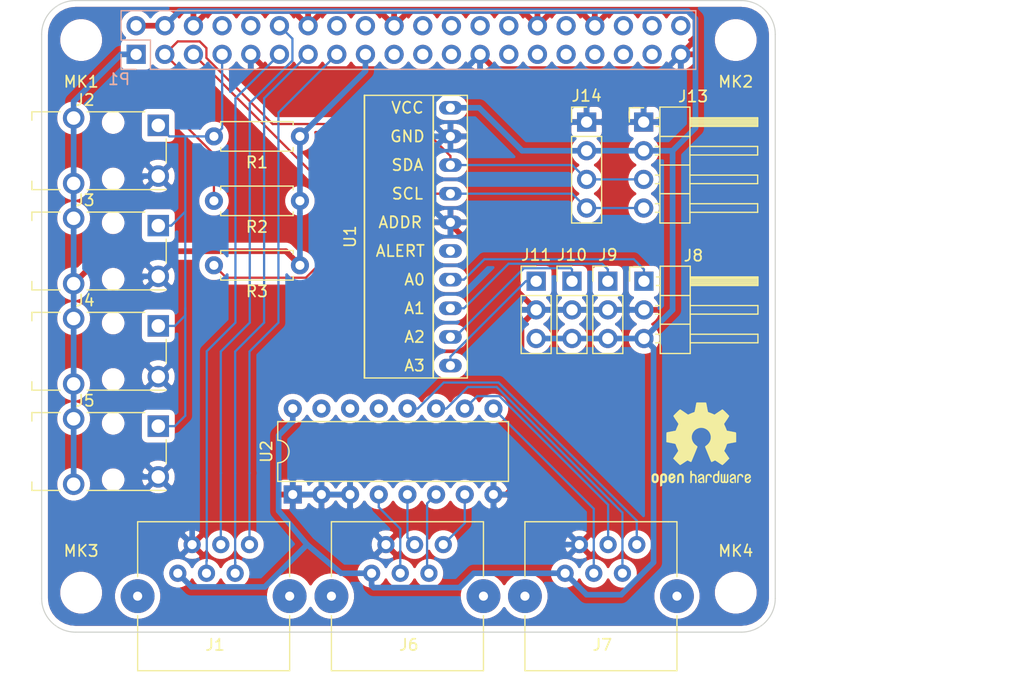
<source format=kicad_pcb>
(kicad_pcb (version 20171130) (host pcbnew "(5.1.5)-3")
  (title_block (date "15 nov 2012"))
  (layers (0 F.Cu signal) (31 B.Cu signal) (34 B.Paste user hide) (35 F.Paste user hide) (36 B.SilkS user) (37 F.SilkS user) (38 B.Mask user hide) (39 F.Mask user hide) (44 Edge.Cuts user))
  (net 0 "")
  (net 1 +3V3)
  (net 2 +5V)
  (net 3 GND)
  (net 4 "/GPIO2(SDA1)")
  (net 5 "/GPIO3(SCL1)")
  (net 6 "/GPIO4(GCLK)")
  (net 7 "/GPIO17(GEN0)")
  (net 8 "/GPIO27(GEN2)")
  (net 9 "/GPIO22(GEN3)")
  (net 10 "/GPIO18(GEN1)(PWM0)")
  (net 11 "Net-(J6-Pad4)")
  (net 12 "Net-(J6-Pad6)")
  (net 13 "Net-(J6-Pad3)")
  (net 14 "Net-(J6-Pad5)")
  (net 15 "Net-(J7-Pad4)")
  (net 16 "Net-(J7-Pad6)")
  (net 17 "Net-(J7-Pad3)")
  (net 18 "Net-(J7-Pad5)")
  (net 19 "Net-(J8-Pad1)")
  (net 20 "Net-(J9-Pad1)")
  (net 21 "Net-(J10-Pad1)")
  (net 22 "Net-(J11-Pad1)")
  (module Symbols:OSHW-Logo2_9.8x8mm_SilkScreen (layer F.Cu) (at 258.445 133.35)
    (fp_text reference REF*** hide)
    (fp_text value OSHW-Logo2_9.8x8mm_SilkScreen hide)
  )
  (module Main:ADS1115-KIT (layer F.Cu) (at 236.22 114.935 270)
    (fp_text reference U1 (at 0 8.89 90) (layer F.SilkS))
    (fp_text value ADS1115IDGS)
    (fp_text user A3 (at 11.43 3.175) (layer F.SilkS))
    (fp_text user A2 (at 8.89 3.175) (layer F.SilkS))
    (fp_text user A1 (at 6.35 3.175) (layer F.SilkS))
    (fp_text user A0 (at 3.81 3.175) (layer F.SilkS))
    (fp_text user ALERT (at 1.27 4.445) (layer F.SilkS))
    (fp_text user ADDR (at -1.27 4.445) (layer F.SilkS))
    (fp_text user SCL (at -3.81 3.81) (layer F.SilkS))
    (fp_text user SDA (at -6.35 3.81) (layer F.SilkS))
    (fp_text user GND (at -8.89 3.81) (layer F.SilkS))
    (fp_text user VCC (at -11.43 3.81) (layer F.SilkS))
    (pad 7 thru_hole oval (at 11.43 0 270) (size 1.2 2) (drill 0.8) (layers *.Cu *.Mask) (net 22 "Net-(J11-Pad1)"))
    (pad 6 thru_hole oval (at 8.89 0 270) (size 1.2 2) (drill 0.8) (layers *.Cu *.Mask) (net 21 "Net-(J10-Pad1)"))
    (pad 5 thru_hole oval (at 6.35 0 270) (size 1.2 2) (drill 0.8) (layers *.Cu *.Mask) (net 20 "Net-(J9-Pad1)"))
    (pad 4 thru_hole oval (at 3.81 0 270) (size 1.2 2) (drill 0.8) (layers *.Cu *.Mask) (net 19 "Net-(J8-Pad1)"))
    (pad 2 thru_hole oval (at 1.27 0 270) (size 1.2 2) (drill 0.8) (layers *.Cu *.Mask))
    (pad 1 thru_hole oval (at -1.27 0 270) (size 1.2 2) (drill 0.8) (layers *.Cu *.Mask) (net 3 GND))
    (pad 10 thru_hole oval (at -3.81 0 270) (size 1.2 2) (drill 0.8) (layers *.Cu *.Mask) (net 5 "/GPIO3(SCL1)"))
    (pad 9 thru_hole oval (at -6.35 0 270) (size 1.2 2) (drill 0.8) (layers *.Cu *.Mask) (net 4 "/GPIO2(SDA1)"))
    (pad 3 thru_hole oval (at -8.89 0 270) (size 1.2 2) (drill 0.8) (layers *.Cu *.Mask) (net 3 GND))
    (pad 8 thru_hole oval (at -11.43 0 270) (size 1.2 2) (drill 0.8) (layers *.Cu *.Mask) (net 2 +5V))
  )
  (module Connectors:RJ12_E (layer F.Cu) (at 229.235 144.78)
    (fp_text reference J6 (at 3.3 6.35) (layer F.SilkS))
    (fp_text value RJ12)
    (pad 4 thru_hole circle (at 3.81 -2.54) (size 1.52 1.52) (drill 0.81) (layers *.Cu *.Mask) (net 11 "Net-(J6-Pad4)"))
    (pad 2 thru_hole circle (at 1.27 -2.54) (size 1.52 1.52) (drill 0.81) (layers *.Cu *.Mask) (net 3 GND))
    (pad 6 thru_hole circle (at 6.35 -2.54) (size 1.52 1.52) (drill 0.81) (layers *.Cu *.Mask) (net 12 "Net-(J6-Pad6)"))
    (pad 1 thru_hole circle (at 0 0) (size 1.52 1.52) (drill 0.81) (layers *.Cu *.Mask) (net 2 +5V))
    (pad 3 thru_hole circle (at 2.54 0) (size 1.52 1.52) (drill 0.81) (layers *.Cu *.Mask) (net 13 "Net-(J6-Pad3)"))
    (pad 5 thru_hole circle (at 5.08 0) (size 1.52 1.52) (drill 0.81) (layers *.Cu *.Mask) (net 14 "Net-(J6-Pad5)"))
    (pad 8 thru_hole circle (at 9.91 2.03) (size 3 3) (drill 0.81) (layers *.Cu *.Mask))
    (pad 7 thru_hole circle (at -3.56 2.03) (size 3 3) (drill 0.81) (layers *.Cu *.Mask))
  )
  (module Connector_Audio:Jack_3.5mm_Switronic_ST-005-G_horizontal (layer F.Cu) (at 203.835 116.205)
    (fp_text reference J3 (at 0 -4.5) (layer F.SilkS))
    (fp_text value AudioJack3)
    (pad "" np_thru_hole circle (at 2.5 -2.5) (size 1 1) (drill 1) (layers *.Cu *.Mask))
    (pad "" np_thru_hole circle (at 2.5 2.5) (size 1 1) (drill 1) (layers *.Cu *.Mask))
    (pad S thru_hole circle (at 6.5 2.25) (size 1.9 1.9) (drill 1.2) (layers *.Cu *.Mask) (net 3 GND))
    (pad R thru_hole rect (at 6.5 -2.25) (size 1.9 1.9) (drill 1.2) (layers *.Cu *.Mask) (net 6 "/GPIO4(GCLK)"))
    (pad T thru_hole circle (at -1 2.9) (size 1.9 1.9) (drill 1.2) (layers *.Cu *.Mask) (net 1 +3V3))
    (pad T thru_hole circle (at -1 -2.9) (size 1.9 1.9) (drill 1.2) (layers *.Cu *.Mask) (net 1 +3V3))
  )
  (module Connector_Audio:Jack_3.5mm_Switronic_ST-005-G_horizontal (layer F.Cu) (at 203.835 125.095)
    (fp_text reference J4 (at 0 -4.5) (layer F.SilkS))
    (fp_text value AudioJack3)
    (pad "" np_thru_hole circle (at 2.5 -2.5) (size 1 1) (drill 1) (layers *.Cu *.Mask))
    (pad "" np_thru_hole circle (at 2.5 2.5) (size 1 1) (drill 1) (layers *.Cu *.Mask))
    (pad S thru_hole circle (at 6.5 2.25) (size 1.9 1.9) (drill 1.2) (layers *.Cu *.Mask) (net 3 GND))
    (pad R thru_hole rect (at 6.5 -2.25) (size 1.9 1.9) (drill 1.2) (layers *.Cu *.Mask) (net 6 "/GPIO4(GCLK)"))
    (pad T thru_hole circle (at -1 2.9) (size 1.9 1.9) (drill 1.2) (layers *.Cu *.Mask) (net 1 +3V3))
    (pad T thru_hole circle (at -1 -2.9) (size 1.9 1.9) (drill 1.2) (layers *.Cu *.Mask) (net 1 +3V3))
  )
  (module Connector_Audio:Jack_3.5mm_Switronic_ST-005-G_horizontal (layer F.Cu) (at 203.835 133.985)
    (fp_text reference J5 (at 0 -4.5) (layer F.SilkS))
    (fp_text value AudioJack3)
    (pad "" np_thru_hole circle (at 2.5 -2.5) (size 1 1) (drill 1) (layers *.Cu *.Mask))
    (pad "" np_thru_hole circle (at 2.5 2.5) (size 1 1) (drill 1) (layers *.Cu *.Mask))
    (pad S thru_hole circle (at 6.5 2.25) (size 1.9 1.9) (drill 1.2) (layers *.Cu *.Mask) (net 3 GND))
    (pad R thru_hole rect (at 6.5 -2.25) (size 1.9 1.9) (drill 1.2) (layers *.Cu *.Mask) (net 6 "/GPIO4(GCLK)"))
    (pad T thru_hole circle (at -1 2.9) (size 1.9 1.9) (drill 1.2) (layers *.Cu *.Mask) (net 1 +3V3))
    (pad T thru_hole circle (at -1 -2.9) (size 1.9 1.9) (drill 1.2) (layers *.Cu *.Mask) (net 1 +3V3))
  )
  (module Pin_Headers:Pin_Header_Angled_1x03_Pitch2.54mm (layer F.Cu) (at 253.365 118.885)
    (fp_text reference J8 (at 4.385 -2.27) (layer F.SilkS))
    (fp_text value Conn_01x03)
    (pad 1 thru_hole rect (at 0 0) (size 1.7 1.7) (drill 1) (layers *.Cu *.Mask) (net 19 "Net-(J8-Pad1)"))
    (pad 2 thru_hole oval (at 0 2.54) (size 1.7 1.7) (drill 1) (layers *.Cu *.Mask) (net 3 GND))
    (pad 3 thru_hole oval (at 0 5.08) (size 1.7 1.7) (drill 1) (layers *.Cu *.Mask) (net 2 +5V))
  )
  (module Pin_Headers:Pin_Header_Straight_1x04_Pitch2.54mm (layer F.Cu) (at 248.285 104.775)
    (fp_text reference J14 (at 0 -2.33) (layer F.SilkS))
    (fp_text value Conn_01x04_Male)
    (pad 1 thru_hole rect (at 0 0) (size 1.7 1.7) (drill 1) (layers *.Cu *.Mask) (net 3 GND))
    (pad 2 thru_hole oval (at 0 2.54) (size 1.7 1.7) (drill 1) (layers *.Cu *.Mask) (net 2 +5V))
    (pad 3 thru_hole oval (at 0 5.08) (size 1.7 1.7) (drill 1) (layers *.Cu *.Mask) (net 4 "/GPIO2(SDA1)"))
    (pad 4 thru_hole oval (at 0 7.62) (size 1.7 1.7) (drill 1) (layers *.Cu *.Mask) (net 5 "/GPIO3(SCL1)"))
  )
  (module Pin_Headers:Pin_Header_Angled_1x04_Pitch2.54mm (layer F.Cu) (at 253.34 104.775)
    (fp_text reference J13 (at 4.385 -2.27) (layer F.SilkS))
    (fp_text value Conn_01x04_Male)
    (pad 1 thru_hole rect (at 0 0) (size 1.7 1.7) (drill 1) (layers *.Cu *.Mask) (net 3 GND))
    (pad 2 thru_hole oval (at 0 2.54) (size 1.7 1.7) (drill 1) (layers *.Cu *.Mask) (net 2 +5V))
    (pad 3 thru_hole oval (at 0 5.08) (size 1.7 1.7) (drill 1) (layers *.Cu *.Mask) (net 4 "/GPIO2(SDA1)"))
    (pad 4 thru_hole oval (at 0 7.62) (size 1.7 1.7) (drill 1) (layers *.Cu *.Mask) (net 5 "/GPIO3(SCL1)"))
  )
  (module Resistors_THT:R_Axial_DIN0207_L6.3mm_D2.5mm_P7.62mm_Horizontal (layer F.Cu) (at 222.885 117.475 180)
    (fp_text reference R3 (at 3.81 -2.31) (layer F.SilkS))
    (fp_text value 4,7k)
    (pad 1 thru_hole circle (at 0 0 180) (size 1.6 1.6) (drill 0.8) (layers *.Cu *.Mask) (net 1 +3V3))
    (pad 2 thru_hole oval (at 7.62 0 180) (size 1.6 1.6) (drill 0.8) (layers *.Cu *.Mask) (net 5 "/GPIO3(SCL1)"))
  )
  (module Resistors_THT:R_Axial_DIN0207_L6.3mm_D2.5mm_P7.62mm_Horizontal (layer F.Cu) (at 222.885 111.76 180)
    (fp_text reference R2 (at 3.81 -2.31) (layer F.SilkS))
    (fp_text value 4,7k)
    (pad 1 thru_hole circle (at 0 0 180) (size 1.6 1.6) (drill 0.8) (layers *.Cu *.Mask) (net 1 +3V3))
    (pad 2 thru_hole oval (at 7.62 0 180) (size 1.6 1.6) (drill 0.8) (layers *.Cu *.Mask) (net 4 "/GPIO2(SDA1)"))
  )
  (module Housings_DIP:DIP-16_W7.62mm (layer F.Cu) (at 222.25 137.795 90)
    (fp_text reference U2 (at 3.81 -2.33 90) (layer F.SilkS))
    (fp_text value PCF8574)
    (pad 1 thru_hole rect (at 0 0 90) (size 1.6 1.6) (drill 0.8) (layers *.Cu *.Mask) (net 3 GND))
    (pad 9 thru_hole oval (at 7.62 17.78 90) (size 1.6 1.6) (drill 0.8) (layers *.Cu *.Mask) (net 17 "Net-(J7-Pad3)"))
    (pad 2 thru_hole oval (at 0 2.54 90) (size 1.6 1.6) (drill 0.8) (layers *.Cu *.Mask) (net 3 GND))
    (pad 10 thru_hole oval (at 7.62 15.24 90) (size 1.6 1.6) (drill 0.8) (layers *.Cu *.Mask) (net 15 "Net-(J7-Pad4)"))
    (pad 3 thru_hole oval (at 0 5.08 90) (size 1.6 1.6) (drill 0.8) (layers *.Cu *.Mask) (net 3 GND))
    (pad 11 thru_hole oval (at 7.62 12.7 90) (size 1.6 1.6) (drill 0.8) (layers *.Cu *.Mask) (net 18 "Net-(J7-Pad5)"))
    (pad 4 thru_hole oval (at 0 7.62 90) (size 1.6 1.6) (drill 0.8) (layers *.Cu *.Mask) (net 13 "Net-(J6-Pad3)"))
    (pad 12 thru_hole oval (at 7.62 10.16 90) (size 1.6 1.6) (drill 0.8) (layers *.Cu *.Mask) (net 16 "Net-(J7-Pad6)"))
    (pad 5 thru_hole oval (at 0 10.16 90) (size 1.6 1.6) (drill 0.8) (layers *.Cu *.Mask) (net 11 "Net-(J6-Pad4)"))
    (pad 13 thru_hole oval (at 7.62 7.62 90) (size 1.6 1.6) (drill 0.8) (layers *.Cu *.Mask))
    (pad 6 thru_hole oval (at 0 12.7 90) (size 1.6 1.6) (drill 0.8) (layers *.Cu *.Mask) (net 14 "Net-(J6-Pad5)"))
    (pad 14 thru_hole oval (at 7.62 5.08 90) (size 1.6 1.6) (drill 0.8) (layers *.Cu *.Mask))
    (pad 7 thru_hole oval (at 0 15.24 90) (size 1.6 1.6) (drill 0.8) (layers *.Cu *.Mask) (net 12 "Net-(J6-Pad6)"))
    (pad 15 thru_hole oval (at 7.62 2.54 90) (size 1.6 1.6) (drill 0.8) (layers *.Cu *.Mask))
    (pad 8 thru_hole oval (at 0 17.78 90) (size 1.6 1.6) (drill 0.8) (layers *.Cu *.Mask) (net 3 GND))
    (pad 16 thru_hole oval (at 7.62 0 90) (size 1.6 1.6) (drill 0.8) (layers *.Cu *.Mask) (net 2 +5V))
  )
  (module Pin_Headers:Pin_Header_Straight_1x03_Pitch2.54mm (layer F.Cu) (at 243.815 118.885)
    (fp_text reference J11 (at 0 -2.33) (layer F.SilkS))
    (fp_text value Conn_01x03)
    (pad 1 thru_hole rect (at 0 0) (size 1.7 1.7) (drill 1) (layers *.Cu *.Mask) (net 22 "Net-(J11-Pad1)"))
    (pad 2 thru_hole oval (at 0 2.54) (size 1.7 1.7) (drill 1) (layers *.Cu *.Mask) (net 3 GND))
    (pad 3 thru_hole oval (at 0 5.08) (size 1.7 1.7) (drill 1) (layers *.Cu *.Mask) (net 2 +5V))
  )
  (module Pin_Headers:Pin_Header_Straight_1x03_Pitch2.54mm (layer F.Cu) (at 246.99 118.885)
    (fp_text reference J10 (at 0 -2.33) (layer F.SilkS))
    (fp_text value Conn_01x03)
    (pad 1 thru_hole rect (at 0 0) (size 1.7 1.7) (drill 1) (layers *.Cu *.Mask) (net 21 "Net-(J10-Pad1)"))
    (pad 2 thru_hole oval (at 0 2.54) (size 1.7 1.7) (drill 1) (layers *.Cu *.Mask) (net 3 GND))
    (pad 3 thru_hole oval (at 0 5.08) (size 1.7 1.7) (drill 1) (layers *.Cu *.Mask) (net 2 +5V))
  )
  (module Pin_Headers:Pin_Header_Straight_1x03_Pitch2.54mm (layer F.Cu) (at 250.165 118.885)
    (fp_text reference J9 (at 0 -2.33) (layer F.SilkS))
    (fp_text value Conn_01x03)
    (pad 1 thru_hole rect (at 0 0) (size 1.7 1.7) (drill 1) (layers *.Cu *.Mask) (net 20 "Net-(J9-Pad1)"))
    (pad 2 thru_hole oval (at 0 2.54) (size 1.7 1.7) (drill 1) (layers *.Cu *.Mask) (net 3 GND))
    (pad 3 thru_hole oval (at 0 5.08) (size 1.7 1.7) (drill 1) (layers *.Cu *.Mask) (net 2 +5V))
  )
  (module Resistors_THT:R_Axial_DIN0207_L6.3mm_D2.5mm_P7.62mm_Horizontal (layer F.Cu) (at 222.885 106.045 180)
    (fp_text reference R1 (at 3.81 -2.31) (layer F.SilkS))
    (fp_text value 4,7k)
    (pad 1 thru_hole circle (at 0 0 180) (size 1.6 1.6) (drill 0.8) (layers *.Cu *.Mask) (net 1 +3V3))
    (pad 2 thru_hole oval (at 7.62 0 180) (size 1.6 1.6) (drill 0.8) (layers *.Cu *.Mask) (net 6 "/GPIO4(GCLK)"))
  )
  (module Connectors:RJ12_E (layer F.Cu) (at 246.38 144.78)
    (fp_text reference J7 (at 3.3 6.35) (layer F.SilkS))
    (fp_text value RJ12)
    (pad 4 thru_hole circle (at 3.81 -2.54) (size 1.52 1.52) (drill 0.81) (layers *.Cu *.Mask) (net 15 "Net-(J7-Pad4)"))
    (pad 2 thru_hole circle (at 1.27 -2.54) (size 1.52 1.52) (drill 0.81) (layers *.Cu *.Mask) (net 3 GND))
    (pad 6 thru_hole circle (at 6.35 -2.54) (size 1.52 1.52) (drill 0.81) (layers *.Cu *.Mask) (net 16 "Net-(J7-Pad6)"))
    (pad 1 thru_hole circle (at 0 0) (size 1.52 1.52) (drill 0.81) (layers *.Cu *.Mask) (net 2 +5V))
    (pad 3 thru_hole circle (at 2.54 0) (size 1.52 1.52) (drill 0.81) (layers *.Cu *.Mask) (net 17 "Net-(J7-Pad3)"))
    (pad 5 thru_hole circle (at 5.08 0) (size 1.52 1.52) (drill 0.81) (layers *.Cu *.Mask) (net 18 "Net-(J7-Pad5)"))
    (pad 8 thru_hole circle (at 9.91 2.03) (size 3 3) (drill 0.81) (layers *.Cu *.Mask))
    (pad 7 thru_hole circle (at -3.56 2.03) (size 3 3) (drill 0.81) (layers *.Cu *.Mask))
  )
  (module Connector_Audio:Jack_3.5mm_Switronic_ST-005-G_horizontal (layer F.Cu) (at 203.835 107.315)
    (fp_text reference J2 (at 0 -4.5) (layer F.SilkS))
    (fp_text value AudioJack3)
    (pad "" np_thru_hole circle (at 2.5 -2.5) (size 1 1) (drill 1) (layers *.Cu *.Mask))
    (pad "" np_thru_hole circle (at 2.5 2.5) (size 1 1) (drill 1) (layers *.Cu *.Mask))
    (pad S thru_hole circle (at 6.5 2.25) (size 1.9 1.9) (drill 1.2) (layers *.Cu *.Mask) (net 3 GND))
    (pad R thru_hole rect (at 6.5 -2.25) (size 1.9 1.9) (drill 1.2) (layers *.Cu *.Mask) (net 6 "/GPIO4(GCLK)"))
    (pad T thru_hole circle (at -1 2.9) (size 1.9 1.9) (drill 1.2) (layers *.Cu *.Mask) (net 1 +3V3))
    (pad T thru_hole circle (at -1 -2.9) (size 1.9 1.9) (drill 1.2) (layers *.Cu *.Mask) (net 1 +3V3))
  )
  (module Connectors:RJ12_E (layer F.Cu) (at 212.065 144.78)
    (fp_text reference J1 (at 3.3 6.35) (layer F.SilkS))
    (fp_text value RJ12)
    (pad 4 thru_hole circle (at 3.81 -2.54) (size 1.52 1.52) (drill 0.81) (layers *.Cu *.Mask) (net 10 "/GPIO18(GEN1)(PWM0)"))
    (pad 2 thru_hole circle (at 1.27 -2.54) (size 1.52 1.52) (drill 0.81) (layers *.Cu *.Mask) (net 3 GND))
    (pad 6 thru_hole circle (at 6.35 -2.54) (size 1.52 1.52) (drill 0.81) (layers *.Cu *.Mask) (net 9 "/GPIO22(GEN3)"))
    (pad 1 thru_hole circle (at 0 0) (size 1.52 1.52) (drill 0.81) (layers *.Cu *.Mask) (net 2 +5V))
    (pad 3 thru_hole circle (at 2.54 0) (size 1.52 1.52) (drill 0.81) (layers *.Cu *.Mask) (net 7 "/GPIO17(GEN0)"))
    (pad 5 thru_hole circle (at 5.08 0) (size 1.52 1.52) (drill 0.81) (layers *.Cu *.Mask) (net 8 "/GPIO27(GEN2)"))
    (pad 8 thru_hole circle (at 9.91 2.03) (size 3 3) (drill 0.81) (layers *.Cu *.Mask))
    (pad 7 thru_hole circle (at -3.56 2.03) (size 3 3) (drill 0.81) (layers *.Cu *.Mask))
  )
  (module Connector_PinSocket_2.54mm:PinSocket_2x20_P2.54mm_Vertical (layer B.Cu) (at 208.37 98.77 270)
    (fp_text reference P1 (at 2.208 1.512) (layer B.SilkS) (effects (justify mirror)))
    (fp_text value Conn_02x20_Odd_Even)
    (pad 1 thru_hole rect (at 0 0 270) (size 1.7 1.7) (drill 1) (layers *.Cu *.Mask) (net 1 +3V3))
    (pad 2 thru_hole oval (at -2.54 0 270) (size 1.7 1.7) (drill 1) (layers *.Cu *.Mask) (net 2 +5V))
    (pad 3 thru_hole oval (at 0 -2.54 270) (size 1.7 1.7) (drill 1) (layers *.Cu *.Mask) (net 4 "/GPIO2(SDA1)"))
    (pad 4 thru_hole oval (at -2.54 -2.54 270) (size 1.7 1.7) (drill 1) (layers *.Cu *.Mask) (net 2 +5V))
    (pad 5 thru_hole oval (at 0 -5.08 270) (size 1.7 1.7) (drill 1) (layers *.Cu *.Mask) (net 5 "/GPIO3(SCL1)"))
    (pad 6 thru_hole oval (at -2.54 -5.08 270) (size 1.7 1.7) (drill 1) (layers *.Cu *.Mask) (net 3 GND))
    (pad 7 thru_hole oval (at 0 -7.62 270) (size 1.7 1.7) (drill 1) (layers *.Cu *.Mask) (net 6 "/GPIO4(GCLK)"))
    (pad 8 thru_hole oval (at -2.54 -7.62 270) (size 1.7 1.7) (drill 1) (layers *.Cu *.Mask))
    (pad 9 thru_hole oval (at 0 -10.16 270) (size 1.7 1.7) (drill 1) (layers *.Cu *.Mask) (net 3 GND))
    (pad 10 thru_hole oval (at -2.54 -10.16 270) (size 1.7 1.7) (drill 1) (layers *.Cu *.Mask))
    (pad 11 thru_hole oval (at 0 -12.7 270) (size 1.7 1.7) (drill 1) (layers *.Cu *.Mask) (net 7 "/GPIO17(GEN0)"))
    (pad 12 thru_hole oval (at -2.54 -12.7 270) (size 1.7 1.7) (drill 1) (layers *.Cu *.Mask) (net 10 "/GPIO18(GEN1)(PWM0)"))
    (pad 13 thru_hole oval (at 0 -15.24 270) (size 1.7 1.7) (drill 1) (layers *.Cu *.Mask) (net 8 "/GPIO27(GEN2)"))
    (pad 14 thru_hole oval (at -2.54 -15.24 270) (size 1.7 1.7) (drill 1) (layers *.Cu *.Mask) (net 3 GND))
    (pad 15 thru_hole oval (at 0 -17.78 270) (size 1.7 1.7) (drill 1) (layers *.Cu *.Mask) (net 9 "/GPIO22(GEN3)"))
    (pad 16 thru_hole oval (at -2.54 -17.78 270) (size 1.7 1.7) (drill 1) (layers *.Cu *.Mask))
    (pad 17 thru_hole oval (at 0 -20.32 270) (size 1.7 1.7) (drill 1) (layers *.Cu *.Mask) (net 1 +3V3))
    (pad 18 thru_hole oval (at -2.54 -20.32 270) (size 1.7 1.7) (drill 1) (layers *.Cu *.Mask))
    (pad 19 thru_hole oval (at 0 -22.86 270) (size 1.7 1.7) (drill 1) (layers *.Cu *.Mask))
    (pad 20 thru_hole oval (at -2.54 -22.86 270) (size 1.7 1.7) (drill 1) (layers *.Cu *.Mask) (net 3 GND))
    (pad 21 thru_hole oval (at 0 -25.4 270) (size 1.7 1.7) (drill 1) (layers *.Cu *.Mask))
    (pad 22 thru_hole oval (at -2.54 -25.4 270) (size 1.7 1.7) (drill 1) (layers *.Cu *.Mask))
    (pad 23 thru_hole oval (at 0 -27.94 270) (size 1.7 1.7) (drill 1) (layers *.Cu *.Mask))
    (pad 24 thru_hole oval (at -2.54 -27.94 270) (size 1.7 1.7) (drill 1) (layers *.Cu *.Mask))
    (pad 25 thru_hole oval (at 0 -30.48 270) (size 1.7 1.7) (drill 1) (layers *.Cu *.Mask) (net 3 GND))
    (pad 26 thru_hole oval (at -2.54 -30.48 270) (size 1.7 1.7) (drill 1) (layers *.Cu *.Mask))
    (pad 27 thru_hole oval (at 0 -33.02 270) (size 1.7 1.7) (drill 1) (layers *.Cu *.Mask))
    (pad 28 thru_hole oval (at -2.54 -33.02 270) (size 1.7 1.7) (drill 1) (layers *.Cu *.Mask))
    (pad 29 thru_hole oval (at 0 -35.56 270) (size 1.7 1.7) (drill 1) (layers *.Cu *.Mask))
    (pad 30 thru_hole oval (at -2.54 -35.56 270) (size 1.7 1.7) (drill 1) (layers *.Cu *.Mask) (net 3 GND))
    (pad 31 thru_hole oval (at 0 -38.1 270) (size 1.7 1.7) (drill 1) (layers *.Cu *.Mask))
    (pad 32 thru_hole oval (at -2.54 -38.1 270) (size 1.7 1.7) (drill 1) (layers *.Cu *.Mask))
    (pad 33 thru_hole oval (at 0 -40.64 270) (size 1.7 1.7) (drill 1) (layers *.Cu *.Mask))
    (pad 34 thru_hole oval (at -2.54 -40.64 270) (size 1.7 1.7) (drill 1) (layers *.Cu *.Mask) (net 3 GND))
    (pad 35 thru_hole oval (at 0 -43.18 270) (size 1.7 1.7) (drill 1) (layers *.Cu *.Mask))
    (pad 36 thru_hole oval (at -2.54 -43.18 270) (size 1.7 1.7) (drill 1) (layers *.Cu *.Mask))
    (pad 37 thru_hole oval (at 0 -45.72 270) (size 1.7 1.7) (drill 1) (layers *.Cu *.Mask))
    (pad 38 thru_hole oval (at -2.54 -45.72 270) (size 1.7 1.7) (drill 1) (layers *.Cu *.Mask))
    (pad 39 thru_hole oval (at 0 -48.26 270) (size 1.7 1.7) (drill 1) (layers *.Cu *.Mask) (net 3 GND))
    (pad 40 thru_hole oval (at -2.54 -48.26 270) (size 1.7 1.7) (drill 1) (layers *.Cu *.Mask))
  )
  (module MountingHole:MountingHole_2.7mm_M2.5 (layer F.Cu) (at 261.5 146.5)
    (fp_text reference MK4 (at 0 -3.7) (layer F.SilkS))
    (fp_text value M2.5)
    (pad 1 np_thru_hole circle (at 0 0) (size 2.7 2.7) (drill 2.7) (layers *.Cu *.Mask))
  )
  (module MountingHole:MountingHole_2.7mm_M2.5 (layer F.Cu) (at 203.5 146.5)
    (fp_text reference MK3 (at 0 -3.7) (layer F.SilkS))
    (fp_text value M2.5)
    (pad 1 np_thru_hole circle (at 0 0) (size 2.7 2.7) (drill 2.7) (layers *.Cu *.Mask))
  )
  (module MountingHole:MountingHole_2.7mm_M2.5 (layer F.Cu) (at 261.5 97.5 180)
    (fp_text reference MK2 (at 0 -3.7 180) (layer F.SilkS))
    (fp_text value M2.5)
    (pad 1 np_thru_hole circle (at 0 0 180) (size 2.7 2.7) (drill 2.7) (layers *.Cu *.Mask))
  )
  (module MountingHole:MountingHole_2.7mm_M2.5 (layer F.Cu) (at 203.5 97.5 180)
    (fp_text reference MK1 (at 0 -3.7 180) (layer F.SilkS))
    (fp_text value M2.5)
    (pad 1 np_thru_hole circle (at 0 0 180) (size 2.7 2.7) (drill 2.7) (layers *.Cu *.Mask))
  )
  (gr_line (start 200 113) (end 200 131) (layer Edge.Cuts) (width 0.1))
  (gr_line (start 200 97) (end 200 113) (layer Edge.Cuts) (width 0.1))
  (gr_arc (start 262 97) (end 262 94) (angle 90) (layer Edge.Cuts) (width 0.1))
  (gr_arc (start 262 147) (end 265 147) (angle 90) (layer Edge.Cuts) (width 0.1))
  (gr_arc (start 203 147) (end 203 150) (angle 90) (layer Edge.Cuts) (width 0.1))
  (gr_arc (start 203 97) (end 200 97) (angle 90) (layer Edge.Cuts) (width 0.1))
  (gr_line (start 262 94) (end 203 94) (layer Edge.Cuts) (width 0.1))
  (gr_line (start 265 147) (end 265 97) (layer Edge.Cuts) (width 0.1))
  (gr_line (start 203 150) (end 262 150) (layer Edge.Cuts) (width 0.1))
  (gr_line (start 200 131) (end 200 147) (layer Edge.Cuts) (width 0.1))
  (segment (start 222.885 106.045) (end 222.885 111.76) (width 0.5) (layer B.Cu) (net 1))
  (segment (start 222.885 112.89137) (end 222.885 117.475) (width 0.5) (layer B.Cu) (net 1))
  (segment (start 222.885 111.76) (end 222.885 112.89137) (width 0.5) (layer B.Cu) (net 1))
  (segment (start 202.835 104.415) (end 202.835 110.215) (width 0.5) (layer B.Cu) (net 1))
  (segment (start 202.835 110.215) (end 202.835 113.305) (width 0.5) (layer B.Cu) (net 1))
  (segment (start 202.835 113.305) (end 202.835 119.105) (width 0.5) (layer B.Cu) (net 1))
  (segment (start 202.835 119.105) (end 202.835 122.195) (width 0.5) (layer B.Cu) (net 1))
  (segment (start 202.835 122.195) (end 202.835 127.995) (width 0.5) (layer B.Cu) (net 1))
  (segment (start 202.835 127.995) (end 202.835 131.085) (width 0.5) (layer B.Cu) (net 1))
  (segment (start 202.835 131.085) (end 202.835 136.885) (width 0.5) (layer B.Cu) (net 1))
  (segment (start 202.835 103.071498) (end 202.835 104.415) (width 0.5) (layer B.Cu) (net 1))
  (segment (start 202.835 102.955) (end 202.835 103.071498) (width 0.5) (layer B.Cu) (net 1))
  (segment (start 207.02 98.77) (end 202.835 102.955) (width 0.5) (layer B.Cu) (net 1))
  (segment (start 208.37 98.77) (end 207.02 98.77) (width 0.5) (layer B.Cu) (net 1))
  (segment (start 228.69 100.24) (end 222.885 106.045) (width 0.5) (layer B.Cu) (net 1))
  (segment (start 228.69 98.77) (end 228.69 100.24) (width 0.5) (layer B.Cu) (net 1))
  (segment (start 203.784999 118.155001) (end 202.835 119.105) (width 0.5) (layer F.Cu) (net 1))
  (segment (start 205.715001 116.224999) (end 203.784999 118.155001) (width 0.5) (layer F.Cu) (net 1))
  (segment (start 221.634999 116.224999) (end 205.715001 116.224999) (width 0.5) (layer F.Cu) (net 1))
  (segment (start 222.885 117.475) (end 221.634999 116.224999) (width 0.5) (layer F.Cu) (net 1))
  (segment (start 208.37 96.23) (end 210.91 96.23) (width 0.5) (layer F.Cu) (net 2))
  (segment (start 248.285 107.315) (end 253.34 107.315) (width 0.5) (layer B.Cu) (net 2))
  (segment (start 243.815 123.965) (end 253.365 123.965) (width 0.5) (layer B.Cu) (net 2))
  (segment (start 236.22 103.505) (end 238.76 103.505) (width 0.5) (layer B.Cu) (net 2))
  (segment (start 242.57 107.315) (end 248.285 107.315) (width 0.5) (layer B.Cu) (net 2))
  (segment (start 238.76 103.505) (end 242.57 107.315) (width 0.5) (layer B.Cu) (net 2))
  (segment (start 228.160198 144.78) (end 229.235 144.78) (width 0.5) (layer B.Cu) (net 2))
  (segment (start 226.531002 144.78) (end 228.160198 144.78) (width 0.5) (layer B.Cu) (net 2))
  (segment (start 220.999999 132.556371) (end 220.999999 139.248997) (width 0.5) (layer B.Cu) (net 2))
  (segment (start 222.25 131.30637) (end 220.999999 132.556371) (width 0.5) (layer B.Cu) (net 2))
  (segment (start 222.25 130.175) (end 222.25 131.30637) (width 0.5) (layer B.Cu) (net 2))
  (segment (start 219.769999 145.990001) (end 223.52 142.24) (width 0.5) (layer B.Cu) (net 2))
  (segment (start 213.275001 145.990001) (end 219.769999 145.990001) (width 0.5) (layer B.Cu) (net 2))
  (segment (start 212.065 144.78) (end 213.275001 145.990001) (width 0.5) (layer B.Cu) (net 2))
  (segment (start 220.999999 139.248997) (end 223.52 142.24) (width 0.5) (layer B.Cu) (net 2))
  (segment (start 223.52 142.24) (end 226.531002 144.78) (width 0.5) (layer B.Cu) (net 2))
  (segment (start 245.305198 144.78) (end 246.38 144.78) (width 0.5) (layer B.Cu) (net 2))
  (segment (start 238.288998 144.78) (end 245.305198 144.78) (width 0.5) (layer B.Cu) (net 2))
  (segment (start 237.018998 146.05) (end 238.288998 144.78) (width 0.5) (layer B.Cu) (net 2))
  (segment (start 229.430198 146.05) (end 237.018998 146.05) (width 0.5) (layer B.Cu) (net 2))
  (segment (start 229.235 145.854802) (end 229.430198 146.05) (width 0.5) (layer B.Cu) (net 2))
  (segment (start 229.235 144.78) (end 229.235 145.854802) (width 0.5) (layer B.Cu) (net 2))
  (segment (start 253.34 107.315) (end 255.27 107.315) (width 0.5) (layer B.Cu) (net 2))
  (segment (start 255.905 121.425) (end 253.365 123.965) (width 0.5) (layer B.Cu) (net 2))
  (segment (start 255.905 107.95) (end 255.905 121.425) (width 0.5) (layer B.Cu) (net 2))
  (segment (start 254.214999 124.814999) (end 253.365 123.965) (width 0.5) (layer B.Cu) (net 2))
  (segment (start 254.214999 143.815803) (end 254.214999 124.814999) (width 0.5) (layer B.Cu) (net 2))
  (segment (start 251.345802 146.685) (end 254.214999 143.815803) (width 0.5) (layer B.Cu) (net 2))
  (segment (start 248.285 146.685) (end 251.345802 146.685) (width 0.5) (layer B.Cu) (net 2))
  (segment (start 246.38 144.78) (end 248.285 146.685) (width 0.5) (layer B.Cu) (net 2))
  (segment (start 257.930001 105.289999) (end 255.905 107.315) (width 0.5) (layer B.Cu) (net 2))
  (segment (start 257.930001 95.605999) (end 257.930001 105.289999) (width 0.5) (layer B.Cu) (net 2))
  (segment (start 212.210001 94.929999) (end 257.254001 94.929999) (width 0.5) (layer B.Cu) (net 2))
  (segment (start 210.91 96.23) (end 212.210001 94.929999) (width 0.5) (layer B.Cu) (net 2))
  (segment (start 257.254001 94.929999) (end 257.930001 95.605999) (width 0.5) (layer B.Cu) (net 2))
  (segment (start 255.27 107.315) (end 255.905 107.315) (width 0.5) (layer B.Cu) (net 2))
  (segment (start 255.905 107.315) (end 255.905 107.95) (width 0.5) (layer B.Cu) (net 2))
  (segment (start 230.380001 95.380001) (end 231.23 96.23) (width 0.5) (layer F.Cu) (net 3))
  (segment (start 229.929999 94.929999) (end 230.380001 95.380001) (width 0.5) (layer F.Cu) (net 3))
  (segment (start 224.910001 94.929999) (end 229.929999 94.929999) (width 0.5) (layer F.Cu) (net 3))
  (segment (start 223.61 96.23) (end 224.910001 94.929999) (width 0.5) (layer F.Cu) (net 3))
  (segment (start 248.160001 95.380001) (end 249.01 96.23) (width 0.5) (layer F.Cu) (net 3))
  (segment (start 245.230001 94.929999) (end 247.709999 94.929999) (width 0.5) (layer F.Cu) (net 3))
  (segment (start 247.709999 94.929999) (end 248.160001 95.380001) (width 0.5) (layer F.Cu) (net 3))
  (segment (start 243.93 96.23) (end 245.230001 94.929999) (width 0.5) (layer F.Cu) (net 3))
  (segment (start 257.479999 97.920001) (end 256.63 98.77) (width 0.5) (layer F.Cu) (net 3))
  (segment (start 257.930001 97.469999) (end 257.479999 97.920001) (width 0.5) (layer F.Cu) (net 3))
  (segment (start 257.930001 95.605999) (end 257.930001 97.469999) (width 0.5) (layer F.Cu) (net 3))
  (segment (start 257.254001 94.929999) (end 257.930001 95.605999) (width 0.5) (layer F.Cu) (net 3))
  (segment (start 250.310001 94.929999) (end 257.254001 94.929999) (width 0.5) (layer F.Cu) (net 3))
  (segment (start 249.01 96.23) (end 250.310001 94.929999) (width 0.5) (layer F.Cu) (net 3))
  (segment (start 255.329999 100.070001) (end 255.780001 99.619999) (width 0.5) (layer F.Cu) (net 3))
  (segment (start 255.780001 99.619999) (end 256.63 98.77) (width 0.5) (layer F.Cu) (net 3))
  (segment (start 240.150001 100.070001) (end 255.329999 100.070001) (width 0.5) (layer F.Cu) (net 3))
  (segment (start 238.85 98.77) (end 240.150001 100.070001) (width 0.5) (layer F.Cu) (net 3))
  (segment (start 222.760001 95.380001) (end 223.61 96.23) (width 0.5) (layer F.Cu) (net 3))
  (segment (start 222.309999 94.929999) (end 222.760001 95.380001) (width 0.5) (layer F.Cu) (net 3))
  (segment (start 214.750001 94.929999) (end 222.309999 94.929999) (width 0.5) (layer F.Cu) (net 3))
  (segment (start 213.45 96.23) (end 214.750001 94.929999) (width 0.5) (layer F.Cu) (net 3))
  (segment (start 243.080001 95.380001) (end 243.93 96.23) (width 0.5) (layer F.Cu) (net 3))
  (segment (start 242.629999 94.929999) (end 243.080001 95.380001) (width 0.5) (layer F.Cu) (net 3))
  (segment (start 232.530001 94.929999) (end 242.629999 94.929999) (width 0.5) (layer F.Cu) (net 3))
  (segment (start 231.23 96.23) (end 232.530001 94.929999) (width 0.5) (layer F.Cu) (net 3))
  (segment (start 208.991498 136.235) (end 208.28 135.523502) (width 0.5) (layer B.Cu) (net 3))
  (segment (start 210.335 136.235) (end 208.991498 136.235) (width 0.5) (layer B.Cu) (net 3))
  (segment (start 208.28 129.4) (end 210.335 127.345) (width 0.5) (layer B.Cu) (net 3))
  (segment (start 210.335 118.455) (end 208.991498 118.455) (width 0.5) (layer B.Cu) (net 3))
  (segment (start 208.28 135.523502) (end 208.28 130.81) (width 0.5) (layer B.Cu) (net 3))
  (segment (start 208.991498 118.455) (end 208.28 119.166498) (width 0.5) (layer B.Cu) (net 3))
  (segment (start 208.28 130.81) (end 208.28 129.4) (width 0.5) (layer B.Cu) (net 3))
  (segment (start 208.28 110.276498) (end 208.28 120.015) (width 0.5) (layer B.Cu) (net 3))
  (segment (start 208.991498 109.565) (end 208.28 110.276498) (width 0.5) (layer B.Cu) (net 3))
  (segment (start 210.335 109.565) (end 208.991498 109.565) (width 0.5) (layer B.Cu) (net 3))
  (segment (start 208.28 119.166498) (end 208.28 120.015) (width 0.5) (layer B.Cu) (net 3))
  (segment (start 208.28 120.015) (end 208.28 130.81) (width 0.5) (layer B.Cu) (net 3))
  (segment (start 248.285 104.775) (end 253.34 104.775) (width 0.5) (layer B.Cu) (net 3))
  (segment (start 243.815 121.425) (end 253.365 121.425) (width 0.5) (layer B.Cu) (net 3))
  (segment (start 234.72 107.145) (end 235.82 106.045) (width 0.5) (layer B.Cu) (net 3))
  (segment (start 234.72 112.565) (end 234.72 107.145) (width 0.5) (layer B.Cu) (net 3))
  (segment (start 235.82 113.665) (end 234.72 112.565) (width 0.5) (layer B.Cu) (net 3))
  (segment (start 236.22 113.665) (end 235.82 113.665) (width 0.5) (layer B.Cu) (net 3))
  (segment (start 234.72 102.9) (end 238.000001 99.619999) (width 0.5) (layer B.Cu) (net 3))
  (segment (start 234.72 104.945) (end 234.72 102.9) (width 0.5) (layer B.Cu) (net 3))
  (segment (start 238.000001 99.619999) (end 238.85 98.77) (width 0.5) (layer B.Cu) (net 3))
  (segment (start 235.82 106.045) (end 234.72 104.945) (width 0.5) (layer B.Cu) (net 3))
  (segment (start 236.22 106.045) (end 235.82 106.045) (width 0.5) (layer B.Cu) (net 3))
  (segment (start 253.34 102.06) (end 256.63 98.77) (width 0.5) (layer B.Cu) (net 3))
  (segment (start 253.34 104.775) (end 253.34 102.06) (width 0.5) (layer B.Cu) (net 3))
  (segment (start 243.34363 142.24) (end 246.575198 142.24) (width 0.5) (layer B.Cu) (net 3))
  (segment (start 240.03 138.92637) (end 243.34363 142.24) (width 0.5) (layer B.Cu) (net 3))
  (segment (start 246.575198 142.24) (end 247.65 142.24) (width 0.5) (layer B.Cu) (net 3))
  (segment (start 240.03 137.795) (end 240.03 138.92637) (width 0.5) (layer B.Cu) (net 3))
  (segment (start 227.33 139.065) (end 230.505 142.24) (width 0.5) (layer B.Cu) (net 3))
  (segment (start 227.33 137.795) (end 227.33 139.065) (width 0.5) (layer B.Cu) (net 3))
  (segment (start 222.25 137.795) (end 227.33 137.795) (width 0.5) (layer B.Cu) (net 3))
  (segment (start 227.33 135.89) (end 227.33 137.795) (width 0.5) (layer B.Cu) (net 3))
  (segment (start 238.76 134.62) (end 228.6 134.62) (width 0.5) (layer B.Cu) (net 3))
  (segment (start 228.6 134.62) (end 227.33 135.89) (width 0.5) (layer B.Cu) (net 3))
  (segment (start 240.03 137.795) (end 240.03 135.89) (width 0.5) (layer B.Cu) (net 3))
  (segment (start 240.03 135.89) (end 238.76 134.62) (width 0.5) (layer B.Cu) (net 3))
  (segment (start 213.335 139.235) (end 213.335 142.24) (width 0.5) (layer B.Cu) (net 3))
  (segment (start 210.335 136.235) (end 213.335 139.235) (width 0.5) (layer B.Cu) (net 3))
  (segment (start 211.895 137.795) (end 210.335 136.235) (width 0.5) (layer F.Cu) (net 3))
  (segment (start 222.25 137.795) (end 211.895 137.795) (width 0.5) (layer F.Cu) (net 3))
  (segment (start 235.82 106.045) (end 236.22 106.045) (width 0.5) (layer F.Cu) (net 3))
  (segment (start 229.845001 100.070001) (end 235.82 106.045) (width 0.5) (layer F.Cu) (net 3))
  (segment (start 219.830001 100.070001) (end 229.845001 100.070001) (width 0.5) (layer F.Cu) (net 3))
  (segment (start 218.53 98.77) (end 219.830001 100.070001) (width 0.5) (layer F.Cu) (net 3))
  (segment (start 242.965001 122.274999) (end 243.815 121.425) (width 0.5) (layer F.Cu) (net 3))
  (segment (start 242.514999 122.725001) (end 242.965001 122.274999) (width 0.5) (layer F.Cu) (net 3))
  (segment (start 242.514999 136.441371) (end 242.514999 122.725001) (width 0.5) (layer F.Cu) (net 3))
  (segment (start 241.16137 137.795) (end 242.514999 136.441371) (width 0.5) (layer F.Cu) (net 3))
  (segment (start 240.03 137.795) (end 241.16137 137.795) (width 0.5) (layer F.Cu) (net 3))
  (segment (start 236.22 113.83) (end 236.22 113.665) (width 0.5) (layer F.Cu) (net 3))
  (segment (start 243.815 121.425) (end 236.22 113.83) (width 0.5) (layer F.Cu) (net 3))
  (segment (start 248.285 109.855) (end 253.34 109.855) (width 0.2) (layer B.Cu) (net 4))
  (segment (start 247.015 108.585) (end 248.285 109.855) (width 0.2) (layer B.Cu) (net 4))
  (segment (start 236.22 108.585) (end 247.015 108.585) (width 0.2) (layer B.Cu) (net 4))
  (segment (start 236.22 107.785) (end 236.22 108.585) (width 0.2) (layer F.Cu) (net 4))
  (segment (start 233.379999 104.944999) (end 236.22 107.785) (width 0.2) (layer F.Cu) (net 4))
  (segment (start 214.600001 98.217999) (end 214.600001 99.082003) (width 0.2) (layer F.Cu) (net 4))
  (segment (start 214.002001 97.619999) (end 214.600001 98.217999) (width 0.2) (layer F.Cu) (net 4))
  (segment (start 220.462997 104.944999) (end 233.379999 104.944999) (width 0.2) (layer F.Cu) (net 4))
  (segment (start 212.060001 97.619999) (end 214.002001 97.619999) (width 0.2) (layer F.Cu) (net 4))
  (segment (start 214.600001 99.082003) (end 220.462997 104.944999) (width 0.2) (layer F.Cu) (net 4))
  (segment (start 210.91 98.77) (end 212.060001 97.619999) (width 0.2) (layer F.Cu) (net 4))
  (segment (start 215.265 107.624999) (end 212.725 105.084999) (width 0.2) (layer F.Cu) (net 4))
  (segment (start 215.265 111.76) (end 215.265 107.624999) (width 0.2) (layer F.Cu) (net 4))
  (segment (start 212.725 100.585) (end 210.91 98.77) (width 0.2) (layer F.Cu) (net 4))
  (segment (start 212.725 105.084999) (end 212.725 100.585) (width 0.2) (layer F.Cu) (net 4))
  (segment (start 248.285 112.395) (end 253.34 112.395) (width 0.2) (layer B.Cu) (net 5))
  (segment (start 247.015 111.125) (end 248.285 112.395) (width 0.2) (layer B.Cu) (net 5))
  (segment (start 236.22 111.125) (end 247.015 111.125) (width 0.2) (layer B.Cu) (net 5))
  (segment (start 213.45 98.77) (end 225.805 111.125) (width 0.2) (layer F.Cu) (net 5))
  (segment (start 226.06 115.928002) (end 226.06 111.125) (width 0.2) (layer F.Cu) (net 5))
  (segment (start 223.413001 118.575001) (end 226.06 115.928002) (width 0.2) (layer F.Cu) (net 5))
  (segment (start 216.365001 118.575001) (end 223.413001 118.575001) (width 0.2) (layer F.Cu) (net 5))
  (segment (start 226.06 111.125) (end 236.22 111.125) (width 0.2) (layer F.Cu) (net 5))
  (segment (start 215.265 117.475) (end 216.365001 118.575001) (width 0.2) (layer F.Cu) (net 5))
  (segment (start 225.805 111.125) (end 226.06 111.125) (width 0.2) (layer F.Cu) (net 5))
  (segment (start 211.485 113.955) (end 212.725 112.715) (width 0.2) (layer B.Cu) (net 6))
  (segment (start 210.335 113.955) (end 211.485 113.955) (width 0.2) (layer B.Cu) (net 6))
  (segment (start 210.335 122.845) (end 211.8 122.845) (width 0.2) (layer B.Cu) (net 6))
  (segment (start 211.8 122.845) (end 212.725 121.92) (width 0.2) (layer B.Cu) (net 6))
  (segment (start 210.335 131.735) (end 211.8 131.735) (width 0.2) (layer B.Cu) (net 6))
  (segment (start 212.725 130.81) (end 212.725 121.285) (width 0.2) (layer B.Cu) (net 6))
  (segment (start 211.8 131.735) (end 212.725 130.81) (width 0.2) (layer B.Cu) (net 6))
  (segment (start 212.725 121.92) (end 212.725 121.285) (width 0.2) (layer B.Cu) (net 6))
  (segment (start 212.725 121.285) (end 212.725 112.715) (width 0.2) (layer B.Cu) (net 6))
  (segment (start 211.315 106.045) (end 210.335 105.065) (width 0.2) (layer B.Cu) (net 6))
  (segment (start 212.725 112.715) (end 212.725 106.045) (width 0.2) (layer B.Cu) (net 6))
  (segment (start 215.265 106.045) (end 212.725 106.045) (width 0.2) (layer B.Cu) (net 6))
  (segment (start 212.725 106.045) (end 211.315 106.045) (width 0.2) (layer B.Cu) (net 6))
  (segment (start 215.99 105.32) (end 215.265 106.045) (width 0.2) (layer B.Cu) (net 6))
  (segment (start 215.99 98.77) (end 215.99 105.32) (width 0.2) (layer B.Cu) (net 6))
  (segment (start 214.605 143.705198) (end 214.63 143.680198) (width 0.2) (layer B.Cu) (net 7))
  (segment (start 214.605 144.78) (end 214.605 143.705198) (width 0.2) (layer B.Cu) (net 7))
  (segment (start 214.63 143.680198) (end 214.63 135.89) (width 0.2) (layer B.Cu) (net 7))
  (segment (start 214.63 135.89) (end 214.63 125.095) (width 0.2) (layer B.Cu) (net 7))
  (segment (start 214.63 125.095) (end 217.17 122.555) (width 0.2) (layer B.Cu) (net 7))
  (segment (start 217.17 102.67) (end 217.17 104.775) (width 0.2) (layer B.Cu) (net 7))
  (segment (start 217.17 122.555) (end 217.17 104.775) (width 0.2) (layer B.Cu) (net 7))
  (segment (start 221.07 98.77) (end 217.17 102.67) (width 0.2) (layer B.Cu) (net 7))
  (segment (start 217.17 104.775) (end 217.17 104.14) (width 0.2) (layer B.Cu) (net 7))
  (segment (start 217.145 143.845198) (end 217.17 143.820198) (width 0.2) (layer B.Cu) (net 8))
  (segment (start 217.145 144.92) (end 217.145 143.845198) (width 0.2) (layer B.Cu) (net 8))
  (segment (start 217.145 144.78) (end 217.145 135.915) (width 0.2) (layer B.Cu) (net 8))
  (segment (start 217.145 135.915) (end 217.145 125.12) (width 0.2) (layer B.Cu) (net 8))
  (segment (start 217.145 125.12) (end 219.71 122.555) (width 0.2) (layer B.Cu) (net 8))
  (segment (start 219.71 122.555) (end 219.71 104.14) (width 0.2) (layer B.Cu) (net 8))
  (segment (start 223.61 98.77) (end 219.71 102.67) (width 0.2) (layer B.Cu) (net 8))
  (segment (start 219.71 102.67) (end 219.71 104.775) (width 0.2) (layer B.Cu) (net 8))
  (segment (start 218.415 142.24) (end 218.415 135.915) (width 0.2) (layer B.Cu) (net 9))
  (segment (start 218.415 135.915) (end 218.44 135.89) (width 0.2) (layer B.Cu) (net 9))
  (segment (start 218.415 125.12) (end 218.415 135.915) (width 0.2) (layer B.Cu) (net 9))
  (segment (start 220.98 122.555) (end 218.415 125.12) (width 0.2) (layer B.Cu) (net 9))
  (segment (start 226.15 98.77) (end 220.98 103.94) (width 0.2) (layer B.Cu) (net 9))
  (segment (start 220.98 103.94) (end 220.98 122.555) (width 0.2) (layer B.Cu) (net 9))
  (segment (start 215.875 142.24) (end 215.875 135.915) (width 0.2) (layer B.Cu) (net 10))
  (segment (start 215.875 135.915) (end 215.9 135.89) (width 0.2) (layer B.Cu) (net 10))
  (segment (start 215.875 135.915) (end 215.875 125.12) (width 0.2) (layer B.Cu) (net 10))
  (segment (start 215.875 125.12) (end 218.44 122.555) (width 0.2) (layer B.Cu) (net 10))
  (segment (start 218.44 122.555) (end 218.44 104.14) (width 0.2) (layer B.Cu) (net 10))
  (segment (start 222.220001 99.322001) (end 218.44 103.102002) (width 0.2) (layer B.Cu) (net 10))
  (segment (start 221.07 96.23) (end 222.220001 97.380001) (width 0.2) (layer B.Cu) (net 10))
  (segment (start 222.220001 97.380001) (end 222.220001 99.322001) (width 0.2) (layer B.Cu) (net 10))
  (segment (start 218.44 103.102002) (end 218.44 104.775) (width 0.2) (layer B.Cu) (net 10))
  (segment (start 232.41 141.605) (end 233.045 142.24) (width 0.2) (layer B.Cu) (net 11))
  (segment (start 232.41 137.795) (end 232.41 141.605) (width 0.2) (layer B.Cu) (net 11))
  (segment (start 237.49 140.335) (end 235.585 142.24) (width 0.2) (layer B.Cu) (net 12))
  (segment (start 237.49 137.795) (end 237.49 140.335) (width 0.2) (layer B.Cu) (net 12))
  (segment (start 231.775 143.705198) (end 231.775 144.78) (width 0.2) (layer B.Cu) (net 13))
  (segment (start 231.775 140.83137) (end 231.775 143.705198) (width 0.2) (layer B.Cu) (net 13))
  (segment (start 229.87 138.92637) (end 231.775 140.83137) (width 0.2) (layer B.Cu) (net 13))
  (segment (start 229.87 137.795) (end 229.87 138.92637) (width 0.2) (layer B.Cu) (net 13))
  (segment (start 234.150001 144.615001) (end 234.315 144.78) (width 0.2) (layer B.Cu) (net 14))
  (segment (start 234.150001 138.594999) (end 234.150001 144.615001) (width 0.2) (layer B.Cu) (net 14))
  (segment (start 234.95 137.795) (end 234.150001 138.594999) (width 0.2) (layer B.Cu) (net 14))
  (segment (start 250.19 141.165198) (end 250.19 142.24) (width 0.2) (layer B.Cu) (net 15))
  (segment (start 250.19 138.706998) (end 250.19 141.165198) (width 0.2) (layer B.Cu) (net 15))
  (segment (start 240.558001 129.074999) (end 250.19 138.706998) (width 0.2) (layer B.Cu) (net 15))
  (segment (start 238.590001 129.074999) (end 240.558001 129.074999) (width 0.2) (layer B.Cu) (net 15))
  (segment (start 237.49 130.175) (end 238.590001 129.074999) (width 0.2) (layer B.Cu) (net 15))
  (segment (start 252.73 141.165198) (end 252.73 142.24) (width 0.2) (layer B.Cu) (net 16))
  (segment (start 252.73 140.115601) (end 252.73 141.165198) (width 0.2) (layer B.Cu) (net 16))
  (segment (start 240.484389 127.86999) (end 252.73 140.115601) (width 0.2) (layer B.Cu) (net 16))
  (segment (start 235.627008 127.86999) (end 240.484389 127.86999) (width 0.2) (layer B.Cu) (net 16))
  (segment (start 233.321998 130.175) (end 235.627008 127.86999) (width 0.2) (layer B.Cu) (net 16))
  (segment (start 232.41 130.175) (end 233.321998 130.175) (width 0.2) (layer B.Cu) (net 16))
  (segment (start 248.92 139.065) (end 248.92 144.78) (width 0.2) (layer B.Cu) (net 17))
  (segment (start 240.03 130.175) (end 248.92 139.065) (width 0.2) (layer B.Cu) (net 17))
  (segment (start 251.46 143.705198) (end 251.46 144.78) (width 0.2) (layer B.Cu) (net 18))
  (segment (start 251.46 139.4113) (end 251.46 143.705198) (width 0.2) (layer B.Cu) (net 18))
  (segment (start 240.3187 128.27) (end 251.46 139.4113) (width 0.2) (layer B.Cu) (net 18))
  (segment (start 237.766998 128.27) (end 240.3187 128.27) (width 0.2) (layer B.Cu) (net 18))
  (segment (start 235.861998 130.175) (end 237.766998 128.27) (width 0.2) (layer B.Cu) (net 18))
  (segment (start 234.95 130.175) (end 235.861998 130.175) (width 0.2) (layer B.Cu) (net 18))
  (segment (start 253.365 117.835) (end 253.365 118.885) (width 0.2) (layer B.Cu) (net 19))
  (segment (start 239.230021 116.934979) (end 252.464979 116.934979) (width 0.2) (layer B.Cu) (net 19))
  (segment (start 252.464979 116.934979) (end 253.365 117.835) (width 0.2) (layer B.Cu) (net 19))
  (segment (start 237.42 118.745) (end 239.230021 116.934979) (width 0.2) (layer B.Cu) (net 19))
  (segment (start 236.22 118.745) (end 237.42 118.745) (width 0.2) (layer B.Cu) (net 19))
  (segment (start 250.165 117.835) (end 250.165 118.885) (width 0.2) (layer B.Cu) (net 20))
  (segment (start 249.664989 117.334989) (end 250.165 117.835) (width 0.2) (layer B.Cu) (net 20))
  (segment (start 241.370011 117.334989) (end 249.664989 117.334989) (width 0.2) (layer B.Cu) (net 20))
  (segment (start 237.42 121.285) (end 241.370011 117.334989) (width 0.2) (layer B.Cu) (net 20))
  (segment (start 236.22 121.285) (end 237.42 121.285) (width 0.2) (layer B.Cu) (net 20))
  (segment (start 242.724999 117.734999) (end 246.889999 117.734999) (width 0.2) (layer B.Cu) (net 21))
  (segment (start 236.634998 123.825) (end 242.724999 117.734999) (width 0.2) (layer B.Cu) (net 21))
  (segment (start 246.99 117.835) (end 246.99 118.885) (width 0.2) (layer B.Cu) (net 21))
  (segment (start 246.889999 117.734999) (end 246.99 117.835) (width 0.2) (layer B.Cu) (net 21))
  (segment (start 236.22 123.825) (end 236.634998 123.825) (width 0.2) (layer B.Cu) (net 21))
  (segment (start 242.9 118.885) (end 243.815 118.885) (width 0.2) (layer B.Cu) (net 22))
  (segment (start 236.22 125.565) (end 242.9 118.885) (width 0.2) (layer B.Cu) (net 22))
  (segment (start 236.22 126.365) (end 236.22 125.565) (width 0.2) (layer B.Cu) (net 22))
  (zone (net 3) (net_name GND) (layer F.Cu) (connect_pads (clearance 0.508)) (min_thickness 0.254) (fill yes (arc_segments 32) (thermal_gap 0.508) (thermal_bridge_width 0.508))
    (polygon (pts (xy 264.795 150.495) (xy 200.025 151.13) (xy 200.025 93.98) (xy 264.795 93.98)))
  )
  (zone (net 3) (net_name GND) (layer B.Cu) (connect_pads (clearance 0.508)) (min_thickness 0.254) (fill yes (arc_segments 32) (thermal_gap 0.508) (thermal_bridge_width 0.508))
    (polygon (pts (xy 264.795 150.495) (xy 200.025 151.13) (xy 199.39 94.615) (xy 200.025 93.98) (xy 265.43 93.98)))
  )
)
</source>
